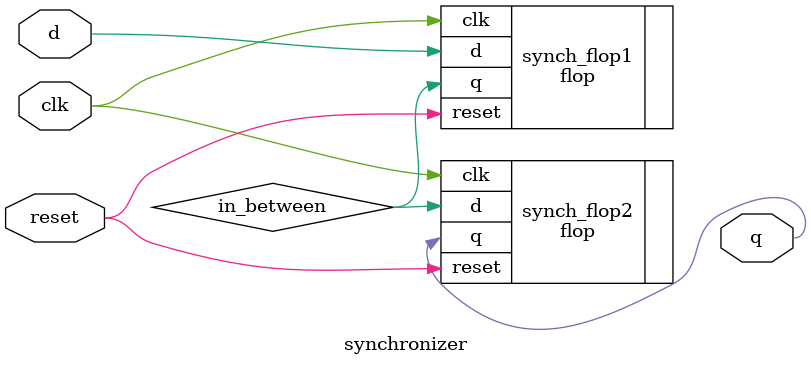
<source format=sv>
/*

*/

module synchronizer #(parameter WIDTH=1) (
    input logic                 clk, reset,
    input logic [WIDTH-1:0]     d,
    output logic [WIDTH-1:0]    q
);
    logic [WIDTH-1:0] in_between;

    flop #(WIDTH) synch_flop1(.clk, .reset, .d, .q(in_between));
    flop #(WIDTH) synch_flop2(.clk, .reset, .d(in_between), .q);

endmodule

</source>
